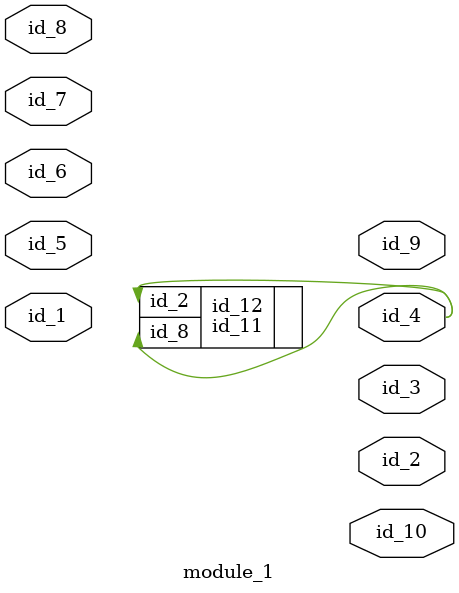
<source format=v>
module module_0 (
    id_1,
    id_2
);
  output id_2;
  input id_1;
  id_3 id_4 (
      .id_2(id_1),
      .id_2(1),
      .id_2(id_5),
      .id_2(id_1)
  );
  logic id_6 (
      id_1,
      id_2
  );
  id_7 id_8 (
      .id_2(id_9),
      .id_6(id_6),
      .id_5(id_9),
      .id_2(1)
  );
endmodule
module module_1 (
    id_1,
    id_2,
    id_3,
    id_4,
    id_5,
    id_6,
    id_7,
    id_8,
    id_9,
    id_10
);
  output id_10;
  output id_9;
  input id_8;
  input id_7;
  input id_6;
  input id_5;
  output id_4;
  output id_3;
  output id_2;
  input id_1;
  id_11 id_12 (
      .id_8(id_4),
      .id_2(id_4)
  );
endmodule

</source>
